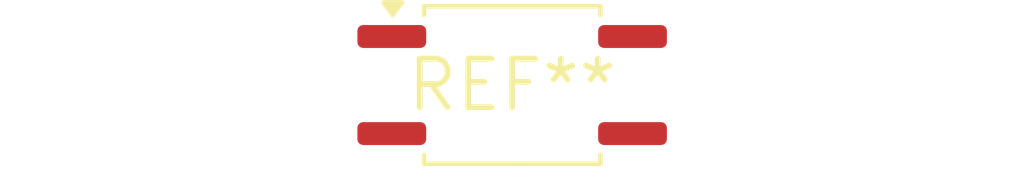
<source format=kicad_pcb>
(kicad_pcb (version 20240108) (generator pcbnew)
  (layers (0 "F.Cu" signal) (31 "B.Cu" signal) (34 "B.Paste" user) (35 "F.Paste" user) (36 "B.SilkS" user "B.Silkscreen") (37 "F.SilkS" user "F.Silkscreen") (38 "B.Mask" user) (39 "F.Mask" user) (44 "Edge.Cuts" user))
  (net 0 "")
  (footprint "SO-4_4.4x3.9mm_P2.54mm" (layer "F.Cu") (at 0 0)
    (property "Reference" "REF**")
    (property "Value" "SO-4_4.4x3.9mm_P2.54mm")
    (fp_line (start -2.31 -2.06) (end -2.31 -1.83) (layer "F.SilkS") (stroke (width 0.12)))
    (fp_line (start -2.31 2.06) (end -2.31 1.83) (layer "F.SilkS") (stroke (width 0.12)))
    (fp_line (start 0 -2.06) (end -2.31 -2.06) (layer "F.SilkS") (stroke (width 0.12)))
    (fp_line (start 0 -2.06) (end 2.31 -2.06) (layer "F.SilkS") (stroke (width 0.12)))
    (fp_line (start 0 2.06) (end -2.31 2.06) (layer "F.SilkS") (stroke (width 0.12)))
    (fp_line (start 0 2.06) (end 2.31 2.06) (layer "F.SilkS") (stroke (width 0.12)))
    (fp_line (start 2.31 -2.06) (end 2.31 -1.83) (layer "F.SilkS") (stroke (width 0.12)))
    (fp_line (start 2.31 2.06) (end 2.31 1.83) (layer "F.SilkS") (stroke (width 0.12)))
    (fp_poly (pts (xy -3.125 -1.83) (xy -3.365 -2.16) (xy -2.885 -2.16) (xy -3.125 -1.83)) (layer "F.SilkS") (stroke (width 0.12)) (fill solid))
    (pad "1" smd roundrect (at -3.15 -1.27) (size 1.8 0.6) (layers "F.Cu" "F.Paste" "F.Mask"))
    (pad "2" smd roundrect (at -3.15 1.27) (size 1.8 0.6) (layers "F.Cu" "F.Paste" "F.Mask"))
    (pad "3" smd roundrect (at 3.15 1.27) (size 1.8 0.6) (layers "F.Cu" "F.Paste" "F.Mask"))
    (pad "4" smd roundrect (at 3.15 -1.27) (size 1.8 0.6) (layers "F.Cu" "F.Paste" "F.Mask"))
  )
)
</source>
